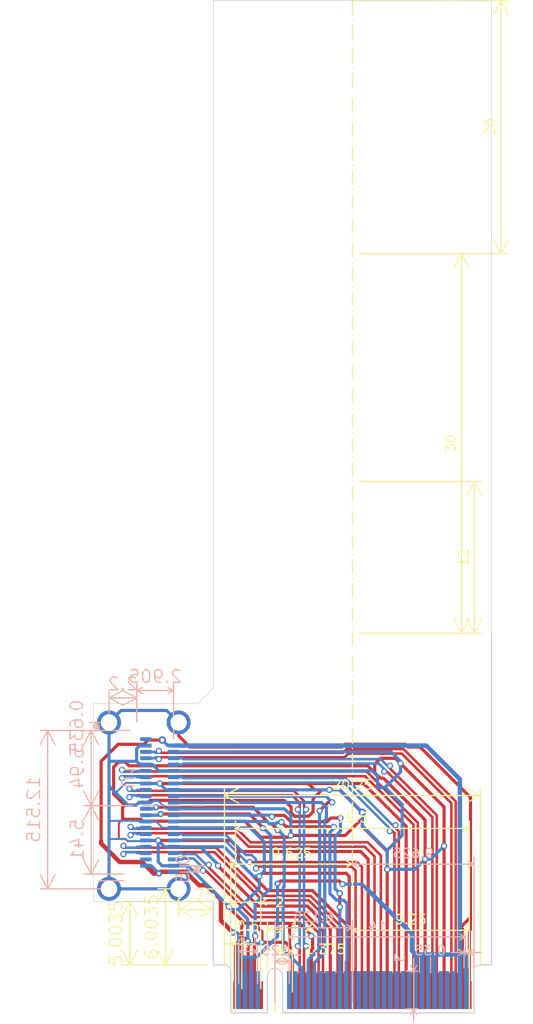
<source format=kicad_pcb>
(kicad_pcb (version 20241229) (generator "pcbnew") (generator_version "9.0")
  (layers (0 "F.Cu" mixed) (2 "B.Cu" mixed) (13 "F.Paste" user) (15 "B.Paste" user) (5 "F.SilkS" user "F.Silkscreen") (7 "B.SilkS" user "B.Silkscreen") (1 "F.Mask" user) (3 "B.Mask" user) (25 "Edge.Cuts" user))
  (net 0 "")
  (net 1 "Net-(U1-2W_SDA)")
  (net 3 "/GND")
  (net 5 "Net-(U1-2W_SCL)")
  (net 6 "/3V3")
  (net 7 "Net-(U1-CPRSNT{slash}CLKREQ)")
  (net 8 "Net-(U1-CWAKE{slash}PEWAKE)")
  (net 9 "Net-(U1-BP_Type{slash}PEDET)")
  (net 10 "/VCKP")
  (net 16 "Net-(U1-PERST)")
  (net 20 "/VCKN")
  (net 24 "/T2N")
  (net 25 "/T0P")
  (net 26 "/T0N")
  (net 27 "/T1P")
  (net 28 "/T3P")
  (net 30 "/T1N")
  (net 32 "/T2P")
  (net 33 "/T3N")
  (net 35 "/R2P")
  (net 36 "/R0N")
  (net 37 "/R0P")
  (net 38 "/R1N")
  (net 39 "/R1P")
  (net 41 "/R3N")
  (net 45 "/R3P")
  (net 46 "/R2N")
  (footprint "Kustom:M.2_M_KEY" (layer "F.Cu") (at 59.91 121.2)
    (property "Reference" "U2" (hide yes))
    (property "Value" "~" (hide yes))
    (fp_line (start -1.75 -2.39646) (end -1.75 -7.4) (stroke (width 0.1)) (layer "Edge.Cuts"))
    (fp_line (start -0.875 -2.39646) (end -1.75 -2.39646) (stroke (width 0.1)) (layer "Edge.Cuts"))
    (fp_line (start -0.375 1.4) (end -0.375 -1.892841) (stroke (width 0.1)) (layer "Edge.Cuts"))
    (fp_line (start 2.525 -1.5) (end 2.525 1.4) (stroke (width 0.1)) (layer "Edge.Cuts"))
    (fp_line (start 2.525 1.4) (end -0.375 1.4) (stroke (width 0.1)) (layer "Edge.Cuts"))
    (fp_line (start 3.725 -1.5) (end 3.725 1.4) (stroke (width 0.1)) (layer "Edge.Cuts"))
    (fp_line (start 18.875 1.4) (end 3.725 1.4) (stroke (width 0.1)) (layer "Edge.Cuts"))
    (fp_line (start 18.875 1.4) (end 18.875 -1.9) (stroke (width 0.1)) (layer "Edge.Cuts"))
    (fp_line (start 19.375 -2.39646) (end 20.25 -2.39646) (stroke (width 0.1)) (layer "Edge.Cuts"))
    (fp_line (start 20.25 -2.39646) (end 20.25 -28.6) (stroke (width 0.1)) (layer "Edge.Cuts"))
    (fp_arc (start -0.875 -2.39646) (mid -0.522696 -2.251263) (end -0.375 -1.9) (stroke (width 0.1)) (layer "Edge.Cuts"))
    (fp_arc (start 2.525 -1.5) (mid 3.125 -2.1) (end 3.725 -1.5) (stroke (width 0.1)) (layer "Edge.Cuts"))
    (fp_arc (start 18.875 -1.9) (mid 19.022696 -2.251263) (end 19.375 -2.39646) (stroke (width 0.1)) (layer "Edge.Cuts"))
  )
  (footprint "Kustom:LDN_2423_17CT0-7H Oculink SFF-8612" (layer "B.Cu") (at 52.82 110.975 90)
    (property "Reference" "U1")
    (property "Value" "~" (hide yes))
  )
  (gr_line (start 58.16 96.93) (end 56.92 98.17) (stroke (width 0.05)) (layer "Edge.Cuts"))
  (gr_line (start 80.16 42.6) (end 58.16 42.6) (stroke (width 0.05)) (layer "Edge.Cuts"))
  (gr_line (start 80.16 92.6) (end 80.16 42.6) (stroke (width 0.05)) (layer "Edge.Cuts"))
  (gr_line (start 58.16 42.6) (end 58.16 96.93) (stroke (width 0.05)) (layer "Edge.Cuts"))
  (gr_line (start 48.66 113.8) (end 48.66 98.17) (stroke (width 0.05)) (layer "Edge.Cuts"))
  (gr_line (start 58.16 113.8) (end 48.66 113.8) (stroke (width 0.05)) (layer "Edge.Cuts"))
  (gr_line (start 56.92 98.17) (end 48.66 98.17) (stroke (width 0.05)) (layer "Edge.Cuts"))
  (dimension (type orthogonal) (layer "F.SilkS") (pts (xy 55.41 112.8) (xy 58.16 118.80354)) (height 1.65) (orientation 0) (format (prefix "") (suffix "") (units 3) (units_format 0) (precision 4) (suppress_zeroes yes)) (style (thickness 0.1) (arrow_length 1.27) (text_position_mode 0) (arrow_direction outward) (extension_height 0.58642) (extension_offset 0.5) (keep_text_aligned yes)) (gr_text "2.75" (at 56.785 113.35 0) (layer "F.SilkS") (effects (font (size 1 1) (thickness 0.1)))))
  (dimension (type orthogonal) (layer "F.SilkS") (pts (xy 55.41 112.8) (xy 56.99 118.80354)) (height -1.05) (orientation 1) (format (prefix "") (suffix "") (units 3) (units_format 0) (precision 4) (suppress_zeroes yes)) (style (thickness 0.1) (arrow_length 1.27) (text_position_mode 0) (arrow_direction outward) (extension_height 0.58642) (extension_offset 0.5) (keep_text_aligned yes)) (gr_text "6.0035" (at 53.26 115.80177 90) (layer "F.SilkS") (effects (font (size 1 1) (thickness 0.1)))))
  (segment (start 64.28 107.49) (end 63.78 106.99) (width 0.25) (layer "F.Cu") (net 1))
  (segment (start 67.448116 107.2) (end 67.158116 107.49) (width 0.25) (layer "F.Cu") (net 1))
  (segment (start 68.16 114.23) (end 68.16 113.16) (width 0.25) (layer "F.Cu") (net 1))
  (segment (start 68.21 107.2) (end 67.448116 107.2) (width 0.25) (layer "F.Cu") (net 1))
  (segment (start 62.9 106.99) (end 62.79 107.1) (width 0.25) (layer "F.Cu") (net 1))
  (segment (start 67.158116 107.49) (end 64.28 107.49) (width 0.25) (layer "F.Cu") (net 1))
  (segment (start 63.78 106.99) (end 62.9 106.99) (width 0.25) (layer "F.Cu") (net 1))
  (via (at 68.16 114.23) (size 0.5) (drill 0.3) (layers "F.Cu" "B.Cu") (net 1))
  (via blind (at 62.79 107.1) (size 0.5) (drill 0.3) (layers "F.Cu" "B.Cu") (net 1))
  (via blind (at 68.21 107.2) (size 0.5) (drill 0.3) (layers "F.Cu" "B.Cu") (net 1))
  (via (at 68.16 113.16) (size 0.5) (drill 0.3) (layers "F.Cu" "B.Cu") (net 1))
  (segment (start 68.21 107.2) (end 68.21 107.948) (width 0.25) (layer "B.Cu") (net 1))
  (segment (start 68.21 107.948) (end 68.216 107.954) (width 0.25) (layer "B.Cu") (net 1))
  (segment (start 67.783 108.670877) (end 67.783 112.783) (width 0.25) (layer "B.Cu") (net 1))
  (segment (start 68.16 114.23) (end 68.16 120.8) (width 0.25) (layer "B.Cu") (net 1))
  (segment (start 67.783 112.783) (end 68.16 113.16) (width 0.25) (layer "B.Cu") (net 1))
  (segment (start 62.665 106.975) (end 62.79 107.1) (width 0.25) (layer "B.Cu") (net 1))
  (segment (start 55.01 106.975) (end 62.665 106.975) (width 0.25) (layer "B.Cu") (net 1))
  (segment (start 68.216 107.954) (end 68.216 108.237877) (width 0.25) (layer "B.Cu") (net 1))
  (segment (start 68.216 108.237877) (end 67.783 108.670877) (width 0.25) (layer "B.Cu") (net 1))
  (segment (start 58.621431 111.071431) (end 58.53 110.98) (width 0.25) (layer "F.Cu") (net 3))
  (segment (start 73.41 107.85) (end 70.035 104.475) (width 0.25) (layer "F.Cu") (net 3))
  (segment (start 61.763061 108.561) (end 61.758818 108.561) (width 0.25) (layer "F.Cu") (net 3))
  (segment (start 62.29 114.160454) (end 65.600454 114.160454) (width 0.25) (layer "F.Cu") (net 3))
  (segment (start 65.91 116.45) (end 64.986 115.526) (width 0.25) (layer "F.Cu") (net 3))
  (segment (start 60.391692 109.847) (end 60.144694 109.600002) (width 0.25) (layer "F.Cu") (net 3))
  (segment (start 65.665 104.475) (end 66.165 104.975) (width 0.25) (layer "F.Cu") (net 3))
  (segment (start 60.885 116.927894) (end 60.91 116.952893) (width 0.25) (layer "F.Cu") (net 3))
  (segment (start 70.925 103.625) (end 70.925 102.933616) (width 0.25) (layer "F.Cu") (net 3))
  (segment (start 68.596 108.58) (end 69.943591 107.232409) (width 0.25) (layer "F.Cu") (net 3))
  (segment (start 63.85438 117.02438) (end 62.002784 117.02438) (width 0.25) (layer "F.Cu") (net 3))
  (segment (start 66.011 116.631) (end 65.91 116.53) (width 0.25) (layer "F.Cu") (net 3))
  (segment (start 69.807 109.847) (end 60.391692 109.847) (width 0.25) (layer "F.Cu") (net 3))
  (segment (start 64.19 117.36) (end 63.85438 117.02438) (width 0.25) (layer "F.Cu") (net 3))
  (segment (start 51.386 109.026) (end 53.744 109.026) (width 0.15) (layer "F.Cu") (net 3))
  (segment (start 69.943591 106.746409) (end 68.172182 104.975) (width 0.25) (layer "F.Cu") (net 3))
  (segment (start 64.318 117.979977) (end 64.318 117.488) (width 0.25) (layer "F.Cu") (net 3))
  (segment (start 51.146 106.186) (end 50.27 105.31) (width 0.25) (layer "F.Cu") (net 3))
  (segment (start 70.299 102.999) (end 70.925 103.625) (width 0.25) (layer "F.Cu") (net 3))
  (segment (start 61.79 111.8) (end 61.307676 111.8) (width 0.25) (layer "F.Cu") (net 3))
  (segment (start 50.98 107.3) (end 50.68 107.6) (width 0.15) (layer "F.Cu") (net 3))
  (segment (start 50.68 107.6) (end 50.68 108.85) (width 0.15) (layer "F.Cu") (net 3))
  (segment (start 60.144694 109.600002) (end 60.144694 110.637018) (width 0.25) (layer "F.Cu") (net 3))
  (segment (start 65.91 117.648813) (end 66.011 117.547813) (width 0.25) (layer "F.Cu") (net 3))
  (segment (start 53.795 108.975) (end 59.519692 108.975) (width 0.25) (layer "F.Cu") (net 3))
  (segment (start 74.91 110.45) (end 74.91 107.35) (width 0.25) (layer "F.Cu") (net 3))
  (segment (start 78.5 105.575) (end 74.515 101.59) (width 0.25) (layer "F.Cu") (net 3))
  (segment (start 76.41 109.41) (end 76.41 106.33) (width 0.25) (layer "F.Cu") (net 3))
  (segment (start 70.41 110.45) (end 69.807 109.847) (width 0.25) (layer "F.Cu") (net 3))
  (segment (start 66.05 105.675) (end 66.75 104.975) (width 0.25) (layer "F.Cu") (net 3))
  (segment (start 76.41 106.33) (end 72.965 102.885) (width 0.25) (layer "F.Cu") (net 3))
  (segment (start 51.188884 102.775) (end 51.489884 103.076) (width 0.25) (layer "F.Cu") (net 3))
  (segment (start 74.515 101.59) (end 73.571744 101.59) (width 0.25) (layer "F.Cu") (net 3))
  (segment (start 64.41 118.071977) (end 64.318 117.979977) (width 0.25) (layer "F.Cu") (net 3))
  (segment (start 60.41 115.752) (end 60.636 115.526) (width 0.25) (layer "F.Cu") (net 3))
  (segment (start 59.37 114.26) (end 60.636 115.526) (width 0.25) (layer "F.Cu") (net 3))
  (segment (start 60.636 115.526) (end 61.63 115.526) (width 0.25) (layer "F.Cu") (net 3))
  (segment (start 66.05 106.710696) (end 66.05 105.675) (width 0.25) (layer "F.Cu") (net 3))
  (segment (start 50.98 106.352) (end 51.146 106.186) (width 0.25) (layer "F.Cu") (net 3))
  (segment (start 58.53 110.98) (end 58.53 110.97) (width 0.25) (layer "F.Cu") (net 3))
  (segment (start 64.986 115.526) (end 64.38 115.526) (width 0.25) (layer "F.Cu") (net 3))
  (segment (start 69.943591 107.873591) (end 71.91 109.84) (width 0.25) (layer "F.Cu") (net 3))
  (segment (start 68.91 111.82) (end 68.66 111.57) (width 0.25) (layer "F.Cu") (net 3))
  (segment (start 64.146551 108.72) (end 61.922061 108.72) (width 0.25) (layer "F.Cu") (net 3))
  (segment (start 66.165 104.975) (end 66.75 104.975) (width 0.25) (layer "F.Cu") (net 3))
  (segment (start 71.433003 104.0365) (end 71.3865 104.0365) (width 0.25) (layer "F.Cu") (net 3))
  (segment (start 73.41 121.2) (end 73.41 107.85) (width 0.25) (layer "F.Cu") (net 3))
  (segment (start 78.41 116.09) (end 78.5 116) (width 0.25) (layer "F.Cu") (net 3))
  (segment (start 64.309 106.779) (end 64.59 107.06) (width 0.25) (layer "F.Cu") (net 3))
  (segment (start 52.58 107.45) (end 52.43 107.3) (width 0.25) (layer "F.Cu") (net 3))
  (segment (start 73.355744 101.374) (end 68.546768 101.374) (width 0.25) (layer "F.Cu") (net 3))
  (segment (start 61.63 115.526) (end 64.38 115.526) (width 0.25) (layer "F.Cu") (net 3))
  (segment (start 77.91 121.2) (end 77.861 121.151) (width 0.25) (layer "F.Cu") (net 3))
  (segment (start 64.286551 108.58) (end 68.596 108.58) (width 0.25) (layer "F.Cu") (net 3))
  (segment (start 68.91 115.823168) (end 68.889682 115.823168) (width 0.25) (layer "F.Cu") (net 3))
  (segment (start 68.889682 115.823168) (end 66.000968 112.934454) (width 0.25) (layer "F.Cu") (net 3))
  (segment (start 71.91 111.26) (end 71.91 121.2) (width 0.25) (layer "F.Cu") (net 3))
  (segment (start 78.5 115.05) (end 78.5 105.575) (width 0.25) (layer "F.Cu") (net 3))
  (segment (start 71.452313 104.05581) (end 71.433003 104.0365) (width 0.25) (layer "F.Cu") (net 3))
  (segment (start 72.566 102.486) (end 72.965 102.885) (width 0.25) (layer "F.Cu") (net 3))
  (segment (start 62.44213 112.934454) (end 61.307676 111.8) (width 0.25) (layer "F.Cu") (net 3))
  (segment (start 70.925 102.933616) (end 71.372616 102.486) (width 0.25) (layer "F.Cu") (net 3))
  (segment (start 50.671116 102.775) (end 51.188884 102.775) (width 0.25) (layer "F.Cu") (net 3))
  (segment (start 74.91 121.2) (end 74.91 110.45) (width 0.25) (layer "F.Cu") (net 3))
  (segment (start 60.647818 107.45) (end 52.58 107.45) (width 0.25) (layer "F.Cu") (net 3))
  (segment (start 69.943591 107.232409) (end 69.943591 106.746409) (width 0.25) (layer "F.Cu") (net 3))
  (segment (start 70.975 103.625) (end 71.3865 104.0365) (width 0.2) (layer "F.Cu") (net 3))
  (segment (start 68.172182 104.975) (end 67.337 104.975) (width 0.25) (layer "F.Cu") (net 3))
  (segment (start 52.29 105.96) (end 53.01 105.96) (width 0.25) (layer "F.Cu") (net 3))
  (segment (start 61.922061 108.72) (end 61.763061 108.561) (width 0.25) (layer "F.Cu") (net 3))
  (segment (start 66.75 104.975) (end 67.337 104.975) (width 0.25) (layer "F.Cu") (net 3))
  (segment (start 64.309 106.339) (end 64.309 106.779) (width 0.25) (layer "F.Cu") (net 3))
  (segment (start 63.78 105.81) (end 64.309 106.339) (width 0.25) (layer "F.Cu") (net 3))
  (segment (start 64.59 107.06) (end 65.700696 107.06) (width 0.25) (layer "F.Cu") (net 3))
  (segment (start 74.91 107.35) (end 71.61581 104.05581) (width 0.25) (layer "F.Cu") (net 3))
  (segment (start 51.489884 103.076) (end 70.222 103.076) (width 0.25) (layer "F.Cu") (net 3))
  (segment (start 52.43 107.3) (end 50.98 107.3) (width 0.25) (layer "F.Cu") (net 3))
  (segment (start 61.627877 115.528123) (end 61.63 115.526) (width 0.25) (layer "F.Cu") (net 3))
  (segment (start 64.19 117.36) (end 64.19 115.716) (width 0.25) (layer "F.Cu") (net 3))
  (segment (start 69.943591 106.746409) (end 69.943591 107.873591) (width 0.25) (layer "F.Cu") (net 3))
  (segment (start 64.286551 108.58) (end 64.146551 108.72) (width 0.25) (layer "F.Cu") (net 3))
  (segment (start 67.41 115.97) (end 67.41 121.2) (width 0.25) (layer "F.Cu") (net 3))
  (segment (start 53.01 105.96) (end 53.16 105.81) (width 0.25) (layer "F.Cu") (net 3))
  (segment (start 65.91 116.53) (end 65.91 116.45) (width 0.25) (layer "F.Cu") (net 3))
  (segment (start 50.98 107.3) (end 50.98 106.352) (width 0.25) (layer "F.Cu") (net 3))
  (segment (start 61.627877 115.799) (end 61.627877 115.528123) (width 0.25) (layer "F.Cu") (net 3))
  (segment (start 50.27 105.31) (end 50.27 103.176116) (width 0.25) (layer "F.Cu") (net 3))
  (segment (start 78.41 121.2) (end 78.41 116.09) (width 0.25) (layer "F.Cu") (net 3))
  (segment (start 56.3 101.59) (end 55.41 100.7) (width 0.25) (layer "F.Cu") (net 3))
  (segment (start 60.41 116.7) (end 60.41 115.752) (width 0.25) (layer "F.Cu") (net 3))
  (segment (start 51.146 106.186) (end 52.064 106.186) (width 0.25) (layer "F.Cu") (net 3))
  (segment (start 71.372616 102.486) (end 72.566 102.486) (width 0.25) (layer "F.Cu") (net 3))
  (segment (start 59.91 117.2) (end 59.91 121.2) (width 0.25) (layer "F.Cu") (net 3))
  (segment (start 61.307676 111.8) (end 60.144694 110.637018) (width 0.25) (layer "F.Cu") (net 3))
  (segment (start 65.600454 114.160454) (end 67.41 115.97) (width 0.25) (layer "F.Cu") (net 3))
  (segment (start 66.011 117.547813) (end 66.011 116.631) (width 0.25) (layer "F.Cu") (net 3))
  (segment (start 60.657107 116.7) (end 60.41 116.7) (width 0.25) (layer "F.Cu") (net 3))
  (segment (start 62.29 114.160454) (end 61.710454 114.160454) (width 0.25) (layer "F.Cu") (net 3))
  (segment (start 60.885 116.927894) (end 60.657107 116.7) (width 0.25) (layer "F.Cu") (net 3))
  (segment (start 76.41 121.2) (end 76.41 109.41) (width 0.25) (layer "F.Cu") (net 3))
  (segment (start 78.5 116) (end 78.5 115.05) (width 0.25) (layer "F.Cu") (net 3))
  (segment (start 65.91 121.2) (end 65.91 117.648813) (width 0.25) (layer "F.Cu") (net 3))
  (segment (start 70.41 121.2) (end 70.41 110.45) (width 0.25) (layer "F.Cu") (net 3))
  (segment (start 68.546768 101.374) (end 68.330768 101.59) (width 0.25) (layer "F.Cu") (net 3))
  (segment (start 77.861 121.151) (end 77.861 115.689) (width 0.25) (layer "F.Cu") (net 3))
  (segment (start 65.558877 104.475) (end 65.665 104.475) (width 0.25) (layer "F.Cu") (net 3))
  (segment (start 70.925 103.625) (end 70.975 103.625) (width 0.2) (layer "F.Cu") (net 3))
  (segment (start 70.222 103.076) (end 70.299 102.999) (width 0.25) (layer "F.Cu") (net 3))
  (segment (start 59.37 114.2) (end 59.37 114.26) (width 0.25) (layer "F.Cu") (net 3))
  (segment (start 55.41 100.7) (end 55.41 99.65) (width 0.25) (layer "F.Cu") (net 3))
  (segment (start 73.571744 101.59) (end 73.355744 101.374) (width 0.25) (layer "F.Cu") (net 3))
  (segment (start 70.035 104.475) (end 65.558877 104.475) (width 0.25) (layer "F.Cu") (net 3))
  (segment (start 62.002784 116.173907) (end 62.002784 117.02438) (width 0.25) (layer "F.Cu") (net 3))
  (segment (start 51.21 108.85) (end 51.386 109.026) (width 0.15) (layer "F.Cu") (net 3))
  (segment (start 53.744 109.026) (end 53.795 108.975) (width 0.15) (layer "F.Cu") (net 3))
  (segment (start 61.710454 114.160454) (end 58.621431 111.071431) (width 0.25) (layer "F.Cu") (net 3))
  (segment (start 64.41 121.2) (end 64.41 118.071977) (width 0.25) (layer "F.Cu") (net 3))
  (segment (start 66.000968 112.934454) (end 62.44213 112.934454) (width 0.25) (layer "F.Cu") (net 3))
  (segment (start 77.861 115.689) (end 78.5 115.05) (width 0.25) (layer "F.Cu") (net 3))
  (segment (start 68.66 111.57) (end 62.02 111.57) (width 0.25) (layer "F.Cu") (net 3))
  (segment (start 71.91 109.84) (end 71.91 111.26) (width 0.25) (layer "F.Cu") (net 3))
  (segment (start 59.519692 108.975) (end 60.144694 109.600002) (width 0.25) (layer "F.Cu") (net 3))
  (segment (start 52.064 106.186) (end 52.29 105.96) (width 0.25) (layer "F.Cu") (net 3))
  (segment (start 71.61581 104.05581) (end 71.452313 104.05581) (width 0.25) (layer "F.Cu") (net 3))
  (segment (start 68.91 121.2) (end 68.91 115.823168) (width 0.25) (layer "F.Cu") (net 3))
  (segment (start 50.27 103.176116) (end 50.671116 102.775) (width 0.25) (layer "F.Cu") (net 3))
  (segment (start 61.758818 108.561) (end 60.647818 107.45) (width 0.25) (layer "F.Cu") (net 3))
  (segment (start 62.002784 116.173907) (end 61.627877 115.799) (width 0.25) (layer "F.Cu") (net 3))
  (segment (start 60.91 116.952893) (end 60.91 121.2) (width 0.25) (layer "F.Cu") (net 3))
  (segment (start 53.909 104.475) (end 65.558877 104.475) (width 0.25) (layer "F.Cu") (net 3))
  (segment (start 64.19 115.716) (end 64.38 115.526) (width 0.25) (layer "F.Cu") (net 3))
  (segment (start 53.16 105.81) (end 63.78 105.81) (width 0.25) (layer "F.Cu") (net 3))
  (segment (start 60.41 116.7) (end 60.41 121.2) (width 0.25) (layer "F.Cu") (net 3))
  (segment (start 62.02 111.57) (end 61.79 111.8) (width 0.25) (layer "F.Cu") (net 3))
  (segment (start 64.318 117.488) (end 64.19 117.36) (width 0.25) (layer "F.Cu") (net 3))
  (segment (start 60.41 116.7) (end 59.91 117.2) (width 0.25) (layer "F.Cu") (net 3))
  (segment (start 68.91 115.823168) (end 68.91 111.82) (width 0.25) (layer "F.Cu") (net 3))
  (segment (start 68.330768 101.59) (end 56.3 101.59) (width 0.25) (layer "F.Cu") (net 3))
  (segment (start 65.700696 107.06) (end 66.05 106.710696) (width 0.25) (layer "F.Cu") (net 3))
  (segment (start 50.68 108.85) (end 51.21 108.85) (width 0.15) (layer "F.Cu") (net 3))
  (via (at 58.53 110.97) (size 0.5) (drill 0.3) (layers "F.Cu" "B.Cu") (net 3))
  (via (at 76.41 109.41) (size 0.5) (drill 0.3) (layers "F.Cu" "B.Cu") (net 3))
  (via (at 65.91 116.53) (size 0.5) (drill 0.3) (layers "F.Cu" "B.Cu") (net 3))
  (via blind (at 60.885 116.927894) (size 0.5) (drill 0.25) (layers "F.Cu" "B.Cu") (net 3))
  (via blind (at 69.943591 106.746409) (size 0.6) (drill 0.3) (layers "F.Cu" "B.Cu") (net 3))
  (via blind (at 67.337 104.975) (size 0.5) (drill 0.3) (layers "F.Cu" "B.Cu") (net 3))
  (via (at 53.909 104.475) (size 0.5) (drill 0.3) (layers "F.Cu" "B.Cu") (net 3))
  (via blind (at 59.37 114.2) (size 0.5) (drill 0.3) (layers "F.Cu" "B.Cu") (net 3))
  (via (at 74.91 110.45) (size 0.5) (drill 0.3) (layers "F.Cu" "B.Cu") (net 3))
  (via (at 71.91 111.26) (size 0.5) (drill 0.3) (layers "F.Cu" "B.Cu") (net 3))
  (via blind (at 72.965 102.885) (size 0.5) (drill 0.3) (layers "F.Cu" "B.Cu") (net 3))
  (via blind (at 64.286551 108.58) (size 0.5) (drill 0.3) (layers "F.Cu" "B.Cu") (net 3))
  (via (at 61.79 111.8) (size 0.5) (drill 0.3) (layers "F.Cu" "B.Cu") (net 3))
  (via blind (at 62.002784 117.02438) (size 0.5) (drill 0.25) (layers "F.Cu" "B.Cu") (net 3))
  (via (at 53.795 108.975) (size 0.5) (drill 0.3) (layers "F.Cu" "B.Cu") (net 3))
  (segment (start 55.360626 112.8) (end 55.41 112.8) (width 0.25) (layer "B.Cu") (net 3))
  (segment (start 53.795 108.975) (end 54.295 109.475) (width 0.25) (layer "B.Cu") (net 3))
  (segment (start 69.943591 106.746409) (end 69.943591 107.803591) (width 0.25) (layer "B.Cu") (net 3))
  (segment (start 73.09581 106.13581) (end 71.75 104.79) (width 0.25) (layer "B.Cu") (net 3))
  (segment (start 72.965 103.575) (end 72.89 103.65) (width 0.25) (layer "B.Cu") (net 3))
  (segment (start 60.885 115.195) (end 60.885 116.927894) (width 0.25) (layer "B.Cu") (net 3))
  (segment (start 71.91 109.77) (end 71.9 109.76) (width 0.25) (layer "B.Cu") (net 3))
  (segment (start 51.213866 108.86) (end 49.905 108.86) (width 0.15) (layer "B.Cu") (net 3))
  (segment (start 55.01 104.975) (end 62.15 104.975) (width 0.25) (layer "B.Cu") (net 3))
  (segment (start 59.68 101.97) (end 59.675 101.975) (width 0.25) (layer "B.Cu") (net 3))
  (segment (start 52.82 104.475) (end 52.769 104.424) (width 0.15) (layer "B.Cu") (net 3))
  (segment (start 71.91 111.26) (end 71.91 109.77) (width 0.25) (layer "B.Cu") (net 3))
  (segment (start 52.82 102.975) (end 53.345 102.975) (width 0.25) (layer "B.Cu") (net 3))
  (segment (start 71.9 109.76) (end 73.09581 108.56419) (width 0.25) (layer "B.Cu") (net 3))
  (segment (start 49.905 99.65) (end 50.854999 98.700001) (width 0.25) (layer "B.Cu") (net 3))
  (segment (start 54.105 110.975) (end 54.1 110.98) (width 0.25) (layer "B.Cu") (net 3))
  (segment (start 54.295 109.475) (end 55.01 109.475) (width 0.25) (layer "B.Cu") (net 3))
  (segment (start 62.19 111.4) (end 61.79 111.8) (width 0.25) (layer "B.Cu") (net 3))
  (segment (start 71.75 104.79) (end 72.89 103.65) (width 0.25) (layer "B.Cu") (net 3))
  (segment (start 59.6 114.43) (end 59.37 114.2) (width 0.25) (layer "B.Cu") (net 3))
  (segment (start 70.731123 103.475) (end 71.15 103.893877) (width 0.25) (layer "B.Cu") (net 3))
  (segment (start 61.33 111.8) (end 61.79 111.8) (width 0.25) (layer "B.Cu") (net 3))
  (segment (start 55.41 112.8) (end 56.145 112.065) (width 0.25) (layer "B.Cu") (net 3))
  (segment (start 55.01 110.975) (end 56.145 110.975) (width 0.25) (layer "B.Cu") (net 3))
  (segment (start 49.905 108.86) (end 49.905 112.8) (width 0.25) (layer "B.Cu") (net 3))
  (segment (start 52.345626 107.475) (end 52.82 107.475) (width 0.25) (layer "B.Cu") (net 3))
  (segment (start 63.781551 106.475) (end 55.01 106.475) (width 0.25) (layer "B.Cu") (net 3))
  (segment (start 55.01 109.475) (end 57.04 109.475) (width 0.25) (layer "B.Cu") (net 3))
  (segment (start 53.345 102.975) (end 53.845 103.475) (width 0.25) (layer "B.Cu") (net 3))
  (segment (start 52.82 107.475) (end 52.769 107.424) (width 0.15) (layer "B.Cu") (net 3))
  (segment (start 49.905 99.65) (end 49.905 102.7) (width 0.25) (layer "B.Cu") (net 3))
  (segment (start 60.885 116.927894) (end 61.099388 117.142282) (width 0.25) (layer "B.Cu") (net 3))
  (segment (start 56.145 110.975) (end 59.37 114.2) (width 0.25) (layer "B.Cu") (net 3))
  (segment (start 52.82 101.475) (end 52.345626 101.475) (width 0.25) (layer "B.Cu") (net 3))
  (segment (start 50.358061 105.131939) (end 49.905 104.678877) (width 0.25) (layer "B.Cu") (net 3))
  (segment (start 49.905 104.678877) (end 49.905 102.7) (width 0.25) (layer "B.Cu") (net 3))
  (segment (start 72.219914 101.97) (end 59.68 101.97) (width 0.25) (layer "B.Cu") (net 3))
  (segment (start 71.15 104.79) (end 71.75 104.79) (width 0.25) (layer "B.Cu") (net 3))
  (segment (start 72.965 102.885) (end 72.965 103.575) (width 0.25) (layer "B.Cu") (net 3))
  (segment (start 68.125 104.975) (end 67.337 104.975) (width 0.25) (layer "B.Cu") (net 3))
  (segment (start 61.884882 117.142282) (end 62.002784 117.02438) (width 0.25) (layer "B.Cu") (net 3))
  (segment (start 52.82 108.975) (end 52.769 109.026) (width 0.15) (layer "B.Cu") (net 3))
  (segment (start 52.089 101.731626) (end 52.089 102.718374) (width 0.25) (layer "B.Cu") (net 3))
  (segment (start 50.854999 98.700001) (end 54.460001 98.700001) (width 0.25) (layer "B.Cu") (net 3))
  (segment (start 51.229166 104.424) (end 50.521227 105.131939) (width 0.15) (layer "B.Cu") (net 3))
  (segment (start 60.12 114.43) (end 60.885 115.195) (width 0.25) (layer "B.Cu") (net 3))
  (segment (start 55.01 107.975) (end 61.075 107.975) (width 0.25) (layer "B.Cu") (net 3))
  (segment (start 49.905 107.33) (end 49.905 108.86) (width 0.25) (layer "B.Cu") (net 3))
  (segment (start 52.82 105.975) (end 53.305 105.975) (width 0.15) (layer "B.Cu") (net 3))
  (segment (start 54.460001 98.700001) (end 55.41 99.65) (width 0.25) (layer "B.Cu") (net 3))
  (segment (start 52.345626 101.475) (end 52.089 101.731626) (width 0.25) (layer "B.Cu") (net 3))
  (segment (start 52.82 104.475) (end 53.909 104.475) (width 0.25) (layer "B.Cu") (net 3))
  (segment (start 62.19 109.09) (end 62.19 111.4) (width 0.25) (layer "B.Cu") (net 3))
  (segment (start 55.01 104.975) (end 54.409 104.975) (width 0.25) (layer "B.Cu") (net 3))
  (segment (start 58.53 110.97) (end 58.53 110.88117) (width 0.25) (layer "B.Cu") (net 3))
  (segment (start 69.943591 107.803591) (end 71.9 109.76) (width 0.25) (layer "B.Cu") (net 3))
  (segment (start 53.797418 105.84) (end 54.432418 106.475) (width 0.15) (layer "B.Cu") (net 3))
  (segment (start 57.04 109.475) (end 59.005 109.475) (width 0.25) (layer "B.Cu") (net 3))
  (segment (start 72.965 102.885) (end 72.965 102.715086) (width 0.25) (layer "B.Cu") (net 3))
  (segment (start 60.876612 104.975) (end 62.15 104.975) (width 0.25) (layer "B.Cu") (net 3))
  (segment (start 55.01 110.975) (end 54.105 110.975) (width 0.25) (layer "B.Cu") (net 3))
  (segment (start 75.37 110.45) (end 76.41 109.41) (width 0.25) (layer "B.Cu") (net 3))
  (segment (start 74.1 111.26) (end 74.91 110.45) (width 0.25) (layer "B.Cu") (net 3))
  (segment (start 59.005 109.475) (end 61.33 111.8) (width 0.25) (layer "B.Cu") (net 3))
  (segment (start 53.63426 107.475) (end 52.82 107.475) (width 0.15) (layer "B.Cu") (net 3))
  (segment (start 58.53 110.88117) (end 57.12383 109.475) (width 0.25) (layer "B.Cu") (net 3))
  (segment (start 55.01 107.975) (end 54.13426 107.975) (width 0.15) (layer "B.Cu") (net 3))
  (segment (start 60.12 114.43) (end 59.6 114.43) (width 0.25) (layer "B.Cu") (net 3))
  (segment (start 74.91 110.45) (end 75.37 110.45) (width 0.25) (layer "B.Cu") (net 3))
  (segment (start 54.432418 106.475) (end 55.01 106.475) (width 0.15) (layer "B.Cu") (net 3))
  (segment (start 49.905 104.678877) (end 49.905 107.33) (width 0.25) (layer "B.Cu") (net 3))
  (segment (start 61.79 111.8) (end 61.79 112.76) (width 0.25) (layer "B.Cu") (net 3))
  (segment (start 52.089 106.176685) (end 51.402808 106.176685) (width 0.25) (layer "B.Cu") (net 3))
  (segment (start 69.896409 106.746409) (end 68.125 104.975) (width 0.25) (layer "B.Cu") (net 3))
  (segment (start 52.769 104.424) (end 51.229166 104.424) (width 0.15) (layer "B.Cu") (net 3))
  (segment (start 55.01 103.475) (end 70.731123 103.475) (width 0.25) (layer "B.Cu") (net 3))
  (segment (start 52.82 108.975) (end 53.795 108.975) (width 0.25) (layer "B.Cu") (net 3))
  (segment (start 62.15 104.975) (end 67.337 104.975) (width 0.25) (layer "B.Cu") (net 3))
  (segment (start 61.099388 117.142282) (end 61.884882 117.142282) (width 0.25) (layer "B.Cu") (net 3))
  (segment (start 71.91 111.26) (end 74.1 111.26) (width 0.25) (layer "B.Cu") (net 3))
  (segment (start 51.379866 109.026) (end 51.213866 108.86) (width 0.15) (layer "B.Cu") (net 3))
  (segment (start 64.286551 108.58) (end 64.286551 106.98) (width 0.25) (layer "B.Cu") (net 3))
  (segment (start 53.795 110.665) (end 54.105 110.975) (width 0.25) (layer "B.Cu") (net 3))
  (segment (start 61.075 107.975) (end 62.19 109.09) (width 0.25) (layer "B.Cu") (net 3))
  (segment (start 72.965 102.715086) (end 72.219914 101.97) (width 0.25) (layer "B.Cu") (net 3))
  (segment (start 51.402808 106.176685) (end 50.358061 105.131939) (width 0.25) (layer "B.Cu") (net 3))
  (segment (start 49.923374 102.718374) (end 49.905 102.7) (width 0.25) (layer "B.Cu") (net 3))
  (segment (start 54.409 104.975) (end 53.909 104.475) (width 0.25) (layer "B.Cu") (net 3))
  (segment (start 52.089 102.718374) (end 49.923374 102.718374) (width 0.25) (layer "B.Cu") (net 3))
  (segment (start 53.845 103.475) (end 55.01 103.475) (width 0.25) (layer "B.Cu") (net 3))
  (segment (start 53.305 105.975) (end 53.44 105.84) (width 0.15) (layer "B.Cu") (net 3))
  (segment (start 54.13426 107.975) (end 53.63426 107.475) (width 0.15) (layer "B.Cu") (net 3))
  (segment (start 52.089 102.718374) (end 52.345626 102.975) (width 0.25) (layer "B.Cu") (net 3))
  (segment (start 59.675 101.975) (end 55.01 101.975) (width 0.25) (layer "B.Cu") (net 3))
  (segment (start 53.44 105.84) (end 53.797418 105.84) (width 0.15) (layer "B.Cu") (net 3))
  (segment (start 53.795 108.975) (end 53.795 110.665) (width 0.25) (layer "B.Cu") (net 3))
  (segment (start 56.145 112.065) (end 56.145 110.975) (width 0.25) (layer "B.Cu") (net 3))
  (segment (start 49.999 107.424) (end 49.905 107.33) (width 0.15) (layer "B.Cu") (net 3))
  (segment (start 49.905 112.8) (end 55.41 112.8) (width 0.25) (layer "B.Cu") (net 3))
  (segment (start 50.521227 105.131939) (end 50.358061 105.131939) (width 0.15) (layer "B.Cu") (net 3))
  (segment (start 52.769 109.026) (end 51.379866 109.026) (width 0.15) (layer "B.Cu") (net 3))
  (segment (start 64.286551 106.98) (end 63.781551 106.475) (width 0.25) (layer "B.Cu") (net 3))
  (segment (start 52.345626 102.975) (end 52.82 102.975) (width 0.25) (layer "B.Cu") (net 3))
  (segment (start 52.290685 105.975) (end 52.82 105.975) (width 0.25) (layer "B.Cu") (net 3))
  (segment (start 52.769 107.424) (end 49.999 107.424) (width 0.15) (layer "B.Cu") (net 3))
  (segment (start 73.09581 108.56419) (end 73.09581 106.13581) (width 0.25) (layer "B.Cu") (net 3))
  (segment (start 71.15 103.893877) (end 71.15 104.79) (width 0.25) (layer "B.Cu") (net 3))
  (segment (start 61.79 112.76) (end 60.12 114.43) (width 0.25) (layer "B.Cu") (net 3))
  (segment (start 52.089 106.176685) (end 52.290685 105.975) (width 0.25) (layer "B.Cu") (net 3))
  (segment (start 63.55 107.53) (end 63.55 107.51) (width 0.25) (layer "F.Cu") (net 5))
  (segment (start 63.92 107.9) (end 63.55 107.53) (width 0.25) (layer "F.Cu") (net 5))
  (segment (start 67.685 107.9) (end 63.92 107.9) (width 0.25) (layer "F.Cu") (net 5))
  (segment (start 63.55 107.51) (end 63.54 107.52) (width 0.25) (layer "F.Cu") (net 5))
  (via blind (at 63.54 107.52) (size 0.5) (drill 0.3) (layers "F.Cu" "B.Cu") (net 5))
  (via (at 67.685 107.9) (size 0.5) (drill 0.3) (layers "F.Cu" "B.Cu") (net 5))
  (segment (start 63.253884 107.52) (end 63.123884 107.65) (width 0.25) (layer "B.Cu") (net 5))
  (segment (start 68.73 118.5) (end 68.66 118.57) (width 0.25) (layer "B.Cu") (net 5))
  (segment (start 67.9 113.69) (end 68.46 113.69) (width 0.25) (layer "B.Cu") (net 5))
  (segment (start 67.382 113.172) (end 67.9 113.69) (width 0.25) (layer "B.Cu") (net 5))
  (segment (start 67.685 108.025) (end 67.685 107.9) (width 0.25) (layer "B.Cu") (net 5))
  (segment (start 68.46 113.69) (end 68.73 113.96) (width 0.25) (layer "B.Cu") (net 5))
  (segment (start 62.596123 107.65) (end 62.421123 107.475) (width 0.25) (layer "B.Cu") (net 5))
  (segment (start 63.123884 107.65) (end 62.596123 107.65) (width 0.25) (layer "B.Cu") (net 5))
  (segment (start 67.382 108.328) (end 67.685 108.025) (width 0.25) (layer "B.Cu") (net 5))
  (segment (start 67.382 108.328) (end 67.382 113.172) (width 0.25) (layer "B.Cu") (net 5))
  (segment (start 68.73 113.96) (end 68.73 118.5) (width 0.25) (layer "B.Cu") (net 5))
  (segment (start 62.421123 107.475) (end 55.01 107.475) (width 0.25) (layer "B.Cu") (net 5))
  (segment (start 63.54 107.52) (end 63.253884 107.52) (width 0.25) (layer "B.Cu") (net 5))
  (segment (start 68.66 118.57) (end 68.66 120.8) (width 0.25) (layer "B.Cu") (net 5))
  (segment (start 49.28 109.05) (end 49.28 109.21) (width 0.35) (layer "F.Cu") (net 6))
  (segment (start 58.76 115.303103) (end 59.715002 116.258105) (width 0.35) (layer "F.Cu") (net 6))
  (segment (start 52.525 110.68) (end 53.08 111.235) (width 0.35) (layer "F.Cu") (net 6))
  (segment (start 53.085 111.235) (end 53.085 111.24) (width 0.35) (layer "F.Cu") (net 6))
  (segment (start 68.37 112.43) (end 68.12 112.18) (width 0.25) (layer "F.Cu") (net 6))
  (segment (start 49.28 109.21) (end 50.75 110.68) (width 0.35) (layer "F.Cu") (net 6))
  (segment (start 67.670714 112.18) (end 67.669028 112.178314) (width 0.25) (layer "F.Cu") (net 6))
  (segment (start 53.08 111.235) (end 53.085 111.235) (width 0.35) (layer "F.Cu") (net 6))
  (segment (start 63.46714 112.178314) (end 63.255454 112.39) (width 0.25) (layer "F.Cu") (net 6))
  (segment (start 57.036844 112.520728) (end 57.640728 112.520728) (width 0.35) (layer "F.Cu") (net 6))
  (segment (start 63.255454 112.39) (end 63.236 112.39) (width 0.25) (layer "F.Cu") (net 6))
  (segment (start 57.640728 112.520728) (end 58.76 113.64) (width 0.35) (layer "F.Cu") (net 6))
  (segment (start 53.85 111.58) (end 53.98 111.45) (width 0.35) (layer "F.Cu") (net 6))
  (segment (start 50.625 101.375) (end 49.28 102.72) (width 0.25) (layer "F.Cu") (net 6))
  (segment (start 58.76 113.64) (end 58.76 115.303103) (width 0.35) (layer "F.Cu") (net 6))
  (segment (start 53.425 111.58) (end 53.85 111.58) (width 0.35) (layer "F.Cu") (net 6))
  (segment (start 54.12 101.04) (end 52.99 101.04) (width 0.25) (layer "F.Cu") (net 6))
  (segment (start 67.669028 112.178314) (end 63.46714 112.178314) (width 0.25) (layer "F.Cu") (net 6))
  (segment (start 52.99 101.04) (end 52.655 101.375) (width 0.25) (layer "F.Cu") (net 6))
  (segment (start 55.966116 111.45) (end 57.036844 112.520728) (width 0.35) (layer "F.Cu") (net 6))
  (segment (start 68.12 112.18) (end 67.670714 112.18) (width 0.25) (layer "F.Cu") (net 6))
  (segment (start 53.085 111.24) (end 53.425 111.58) (width 0.35) (layer "F.Cu") (net 6))
  (segment (start 50.75 110.68) (end 52.525 110.68) (width 0.35) (layer "F.Cu") (net 6))
  (segment (start 49.28 102.72) (end 49.28 109.05) (width 0.25) (layer "F.Cu") (net 6))
  (segment (start 53.8375 111.5925) (end 53.4425 111.5925) (width 0.35) (layer "F.Cu") (net 6))
  (segment (start 53.85 111.58) (end 53.8375 111.5925) (width 0.35) (layer "F.Cu") (net 6))
  (segment (start 52.655 101.375) (end 50.625 101.375) (width 0.25) (layer "F.Cu") (net 6))
  (segment (start 53.98 111.45) (end 55.966116 111.45) (width 0.35) (layer "F.Cu") (net 6))
  (via blind (at 59.715002 116.258105) (size 0.5) (drill 0.25) (layers "F.Cu" "B.Cu") (net 6))
  (via blind (at 63.236 112.39) (size 0.5) (drill 0.25) (layers "F.Cu" "B.Cu") (net 6))
  (via blind (at 53.85 111.58) (size 0.5) (drill 0.25) (layers "F.Cu" "B.Cu") (net 6))
  (via blind (at 54.12 101.04) (size 0.6) (drill 0.3) (layers "F.Cu" "B.Cu") (net 6))
  (via (at 68.37 112.43) (size 0.5) (drill 0.3) (layers "F.Cu" "B.Cu") (net 6))
  (segment (start 74.66 120.8) (end 74.66 117.99) (width 0.35) (layer "B.Cu") (net 6))
  (segment (start 52.82 110.975) (end 53.245 110.975) (width 0.25) (layer "B.Cu") (net 6))
  (segment (start 61.6 118.2) (end 61.18 118.2) (width 0.25) (layer "B.Cu") (net 6))
  (segment (start 75.66 117.99) (end 75.66 120.8) (width 0.35) (layer "B.Cu") (net 6))
  (segment (start 61.16 118.22) (end 61.18 118.2) (width 0.25) (layer "B.Cu") (net 6))
  (segment (start 74.995 101.475) (end 55.01 101.475) (width 0.35) (layer "B.Cu") (net 6))
  (segment (start 60.16 118.2) (end 60.16 116.384904) (width 0.25) (layer "B.Cu") (net 6))
  (segment (start 74.66 117.99) (end 75.16 117.99) (width 0.35) (layer "B.Cu") (net 6))
  (segment (start 61.16 120.8) (end 61.16 118.22) (width 0.25) (layer "B.Cu") (net 6))
  (segment (start 54.12 101.04) (end 54.555 101.475) (width 0.25) (layer "B.Cu") (net 6))
  (segment (start 60.033201 116.258105) (end 59.715002 116.258105) (width 0.25) (layer "B.Cu") (net 6))
  (segment (start 60.66 120.8) (end 60.66 118.2) (width 0.25) (layer "B.Cu") (net 6))
  (segment (start 75.16 120.8) (end 75.16 117.99) (width 0.35) (layer "B.Cu") (net 6))
  (segment (start 77.66 120.8) (end 77.66 117.99) (width 0.35) (layer "B.Cu") (net 6))
  (segment (start 77.66 117.99) (end 77.66 104.14) (width 0.35) (layer "B.Cu") (net 6))
  (segment (start 69.94 112.43) (end 70.27 112.76) (width 0.25) (layer "B.Cu") (net 6))
  (segment (start 73.87 116.36) (end 73.87 117.7) (width 0.35) (layer "B.Cu") (net 6))
  (segment (start 53.245 110.975) (end 53.85 111.58) (width 0.25) (layer "B.Cu") (net 6))
  (segment (start 63.236 116.564) (end 61.6 118.2) (width 0.25) (layer "B.Cu") (net 6))
  (segment (start 63.236 112.39) (end 63.236 116.564) (width 0.25) (layer "B.Cu") (net 6))
  (segment (start 54.555 101.475) (end 55.01 101.475) (width 0.25) (layer "B.Cu") (net 6))
  (segment (start 77.66 104.14) (end 74.995 101.475) (width 0.35) (layer "B.Cu") (net 6))
  (segment (start 77.66 117.99) (end 75.66 117.99) (width 0.35) (layer "B.Cu") (net 6))
  (segment (start 75.16 117.99) (end 75.66 117.99) (width 0.35) (layer "B.Cu") (net 6))
  (segment (start 74.16 117.99) (end 74.16 120.8) (width 0.35) (layer "B.Cu") (net 6))
  (segment (start 74.16 117.99) (end 73.87 117.7) (width 0.35) (layer "B.Cu") (net 6))
  (segment (start 74.16 117.99) (end 74.66 117.99) (width 0.35) (layer "B.Cu") (net 6))
  (segment (start 78.16 118.11) (end 78.16 120.8) (width 0.35) (layer "B.Cu") (net 6))
  (segment (start 78.04 117.99) (end 78.16 118.11) (width 0.35) (layer "B.Cu") (net 6))
  (segment (start 60.16 118.2) (end 60.16 120.8) (width 0.25) (layer "B.Cu") (net 6))
  (segment (start 70.27 112.76) (end 73.87 116.36) (width 0.35) (layer "B.Cu") (net 6))
  (segment (start 77.66 117.99) (end 78.04 117.99) (width 0.35) (layer "B.Cu") (net 6))
  (segment (start 68.37 112.43) (end 69.94 112.43) (width 0.25) (layer "B.Cu") (net 6))
  (segment (start 60.16 118.2) (end 61.18 118.2) (width 0.25) (layer "B.Cu") (net 6))
  (segment (start 60.16 116.384904) (end 60.033201 116.258105) (width 0.25) (layer "B.Cu") (net 6))
  (segment (start 67.562 105.962) (end 67.243 105.962) (width 0.25) (layer "F.Cu") (net 7))
  (segment (start 67.243 105.962) (end 66.575 106.63) (width 0.25) (layer "F.Cu") (net 7))
  (via blind (at 67.562 105.962) (size 0.5) (drill 0.3) (layers "F.Cu" "B.Cu") (net 7))
  (via blind (at 66.575 106.63) (size 0.5) (drill 0.3) (layers "F.Cu" "B.Cu") (net 7))
  (segment (start 66.564 106.641) (end 66.564 117.526) (width 0.25) (layer "B.Cu") (net 7))
  (segment (start 66.575 106.63) (end 66.564 106.641) (width 0.25) (layer "B.Cu") (net 7))
  (segment (start 65.66 118.43) (end 65.66 120.8) (width 0.25) (layer "B.Cu") (net 7))
  (segment (start 67.554463 105.962) (end 67.067463 105.475) (width 0.25) (layer "B.Cu") (net 7))
  (segment (start 67.562 105.962) (end 67.554463 105.962) (width 0.25) (layer "B.Cu") (net 7))
  (segment (start 67.067463 105.475) (end 55.01 105.475) (width 0.25) (layer "B.Cu") (net 7))
  (segment (start 66.564 117.526) (end 65.66 118.43) (width 0.25) (layer "B.Cu") (net 7))
  (segment (start 62.264 107.317877) (end 62.264 107.314) (width 0.25) (layer "F.Cu") (net 8))
  (segment (start 62.264 107.314) (end 61.297258 106.347258) (width 0.25) (layer "F.Cu") (net 8))
  (segment (start 62.572123 107.626) (end 62.264 107.317877) (width 0.25) (layer "F.Cu") (net 8))
  (segment (start 62.62 107.67) (end 62.576 107.626) (width 0.25) (layer "F.Cu") (net 8))
  (segment (start 62.576 107.626) (end 62.572123 107.626) (width 0.25) (layer "F.Cu") (net 8))
  (segment (start 63.237778 108.162497) (end 63.237778 108.117778) (width 0.25) (layer "F.Cu") (net 8))
  (segment (start 61.297258 106.347258) (end 53.63151 106.347258) (width 0.25) (layer "F.Cu") (net 8))
  (segment (start 62.8 107.67) (end 62.62 107.67) (width 0.25) (layer "F.Cu") (net 8))
  (segment (start 62.8 107.68) (end 62.8 107.67) (width 0.25) (layer "F.Cu") (net 8))
  (segment (start 63.237778 108.117778) (end 62.8 107.68) (width 0.25) (layer "F.Cu") (net 8))
  (via (at 63.237778 108.162497) (size 0.5) (drill 0.3) (layers "F.Cu" "B.Cu") (net 8))
  (via blind (at 53.63151 106.347258) (size 0.5) (drill 0.25) (layers "F.Cu" "B.Cu") (net 8))
  (segment (start 63.762 108.642) (end 63.762 112.607877) (width 0.25) (layer "B.Cu") (net 8))
  (segment (start 65.16 119.05) (end 65.16 120.8) (width 0.25) (layer "B.Cu") (net 8))
  (segment (start 63.68 117.57) (end 65.16 119.05) (width 0.25) (layer "B.Cu") (net 8))
  (segment (start 63.762 112.607877) (end 63.68 112.689877) (width 0.25) (layer "B.Cu") (net 8))
  (segment (start 53.63151 106.347258) (end 53.63151 106.394148) (width 0.25) (layer "B.Cu") (net 8))
  (segment (start 63.237778 108.162497) (end 63.282497 108.162497) (width 0.25) (layer "B.Cu") (net 8))
  (segment (start 63.68 112.689877) (end 63.68 117.57) (width 0.25) (layer "B.Cu") (net 8))
  (segment (start 53.550658 106.475) (end 52.82 106.475) (width 0.25) (layer "B.Cu") (net 8))
  (segment (start 63.282497 108.162497) (end 63.762 108.642) (width 0.25) (layer "B.Cu") (net 8))
  (segment (start 53.63151 106.394148) (end 53.550658 106.475) (width 0.25) (layer "B.Cu") (net 8))
  (segment (start 61.41 121.2) (end 61.41 116.569556) (width 0.25) (layer "F.Cu") (net 9))
  (segment (start 62.0675 107.9425) (end 61.007941 106.882941) (width 0.25) (layer "F.Cu") (net 9))
  (segment (start 61.007941 106.882941) (end 53.999678 106.882941) (width 0.25) (layer "F.Cu") (net 9))
  (segment (start 61.41 116.569556) (end 61.462274 116.517282) (width 0.25) (layer "F.Cu") (net 9))
  (segment (start 62.0675 108) (end 62.0675 107.9425) (width 0.25) (layer "F.Cu") (net 9))
  (via blind (at 61.462274 116.517282) (size 0.5) (drill 0.3) (layers "F.Cu" "B.Cu") (net 9))
  (via (at 62.0675 108) (size 0.5) (drill 0.3) (layers "F.Cu" "B.Cu") (net 9))
  (via blind (at 53.999678 106.882941) (size 0.5) (drill 0.25) (layers "F.Cu" "B.Cu") (net 9))
  (segment (start 62.711 108.586) (end 62.711 112.722884) (width 0.25) (layer "B.Cu") (net 9))
  (segment (start 62.125 108) (end 62.711 108.586) (width 0.25) (layer "B.Cu") (net 9))
  (segment (start 61.462274 113.97161) (end 61.462274 116.517282) (width 0.25) (layer "B.Cu") (net 9))
  (segment (start 62.0675 108) (end 62.125 108) (width 0.25) (layer "B.Cu") (net 9))
  (segment (start 53.907619 106.975) (end 53.999678 106.882941) (width 0.25) (layer "B.Cu") (net 9))
  (segment (start 62.711 112.722884) (end 61.462274 113.97161) (width 0.25) (layer "B.Cu") (net 9))
  (segment (start 52.82 106.975) (end 53.907619 106.975) (width 0.25) (layer "B.Cu") (net 9))
  (segment (start 51.67 105.4) (end 64.379306 105.4) (width 0.2) (layer "F.Cu") (net 10))
  (segment (start 64.91 119.549999) (end 64.985 119.474999) (width 0.2) (layer "F.Cu") (net 10))
  (segment (start 64.985 106.005694) (end 64.985 106.381819) (width 0.2) (layer "F.Cu") (net 10))
  (segment (start 64.985 119.474999) (end 64.985 117.479936) (width 0.2) (layer "F.Cu") (net 10))
  (segment (start 64.985 106.381819) (end 64.835 106.531819) (width 0.2) (layer "F.Cu") (net 10))
  (segment (start 51.52 105.55) (end 51.67 105.4) (width 0.2) (layer "F.Cu") (net 10))
  (segment (start 64.379306 105.4) (end 64.985 106.005694) (width 0.2) (layer "F.Cu") (net 10))
  (segment (start 64.985 117.479936) (end 64.835 117.329936) (width 0.2) (layer "F.Cu") (net 10))
  (segment (start 64.91 121.2) (end 64.91 119.549999) (width 0.2) (layer "F.Cu") (net 10))
  (via (at 64.835 117.329936) (size 0.5) (drill 0.3) (layers "F.Cu" "B.Cu") (net 10))
  (via (at 51.52 105.55) (size 0.5) (drill 0.3) (layers "F.Cu" "B.Cu") (net 10))
  (via (at 64.835 106.531819) (size 0.5) (drill 0.3) (layers "F.Cu" "B.Cu") (net 10))
  (segment (start 64.835 117.329936) (end 64.985 117.179936) (width 0.2) (layer "B.Cu") (net 10))
  (segment (start 64.985 106.681819) (end 64.835 106.531819) (width 0.2) (layer "B.Cu") (net 10))
  (segment (start 52.137499 105.475) (end 52.062499 105.4) (width 0.2) (layer "B.Cu") (net 10))
  (segment (start 51.67 105.4) (end 51.52 105.55) (width 0.2) (layer "B.Cu") (net 10))
  (segment (start 52.062499 105.4) (end 51.67 105.4) (width 0.2) (layer "B.Cu") (net 10))
  (segment (start 64.985 117.179936) (end 64.985 106.681819) (width 0.2) (layer "B.Cu") (net 10))
  (segment (start 52.82 105.475) (end 52.137499 105.475) (width 0.2) (layer "B.Cu") (net 10))
  (segment (start 66.715 105.975) (end 67.106 106.366) (width 0.25) (layer "B.Cu") (net 16))
  (segment (start 67.106 107.264) (end 66.97 107.4) (width 0.25) (layer "B.Cu") (net 16))
  (segment (start 66.97 107.4) (end 66.97 117.82) (width 0.25) (layer "B.Cu") (net 16))
  (segment (start 66.16 118.63) (end 66.16 120.8) (width 0.25) (layer "B.Cu") (net 16))
  (segment (start 67.106 106.366) (end 67.106 107.264) (width 0.25) (layer "B.Cu") (net 16))
  (segment (start 55.01 105.975) (end 66.715 105.975) (width 0.25) (layer "B.Cu") (net 16))
  (segment (start 66.97 117.82) (end 66.16 118.63) (width 0.25) (layer "B.Cu") (net 16))
  (segment (start 65.335 106.381819) (end 65.485 106.531819) (width 0.2) (layer "F.Cu") (net 20))
  (segment (start 65.41 119.549999) (end 65.335 119.474999) (width 0.2) (layer "F.Cu") (net 20))
  (segment (start 51.67 105.05) (end 64.524282 105.05) (width 0.2) (layer "F.Cu") (net 20))
  (segment (start 65.335 117.479936) (end 65.485 117.329936) (width 0.2) (layer "F.Cu") (net 20))
  (segment (start 64.524282 105.05) (end 65.335 105.860718) (width 0.2) (layer "F.Cu") (net 20))
  (segment (start 65.335 105.860718) (end 65.335 106.381819) (width 0.2) (layer "F.Cu") (net 20))
  (segment (start 65.335 119.474999) (end 65.335 117.479936) (width 0.2) (layer "F.Cu") (net 20))
  (segment (start 65.41 121.2) (end 65.41 119.549999) (width 0.2) (layer "F.Cu") (net 20))
  (segment (start 51.52 104.9) (end 51.67 105.05) (width 0.2) (layer "F.Cu") (net 20))
  (via (at 65.485 117.329936) (size 0.5) (drill 0.3) (layers "F.Cu" "B.Cu") (net 20))
  (via (at 65.485 106.531819) (size 0.5) (drill 0.3) (layers "F.Cu" "B.Cu") (net 20))
  (via (at 51.52 104.9) (size 0.5) (drill 0.3) (layers "F.Cu" "B.Cu") (net 20))
  (segment (start 65.485 117.329936) (end 65.335 117.179936) (width 0.2) (layer "B.Cu") (net 20))
  (segment (start 65.335 106.681819) (end 65.485 106.531819) (width 0.2) (layer "B.Cu") (net 20))
  (segment (start 52.137499 104.975) (end 52.062499 105.05) (width 0.2) (layer "B.Cu") (net 20))
  (segment (start 65.335 117.179936) (end 65.335 106.681819) (width 0.2) (layer "B.Cu") (net 20))
  (segment (start 52.062499 105.05) (end 51.67 105.05) (width 0.2) (layer "B.Cu") (net 20))
  (segment (start 52.82 104.975) (end 52.137499 104.975) (width 0.2) (layer "B.Cu") (net 20))
  (segment (start 51.67 105.05) (end 51.52 104.9) (width 0.2) (layer "B.Cu") (net 20))
  (segment (start 72.56981 107.992322) (end 72.56981 107.78019) (width 0.2) (layer "F.Cu") (net 24))
  (segment (start 72.91 121.2) (end 72.91 119.549999) (width 0.2) (layer "F.Cu") (net 24))
  (segment (start 72.835 108.257512) (end 72.56981 107.992322) (width 0.2) (layer "F.Cu") (net 24))
  (segment (start 72.91 119.549999) (end 72.835 119.474999) (width 0.2) (layer "F.Cu") (net 24))
  (segment (start 72.835 119.474999) (end 72.835 108.257512) (width 0.2) (layer "F.Cu") (net 24))
  (via (at 72.56981 107.78019) (size 0.5) (drill 0.3) (layers "F.Cu" "B.Cu") (net 24))
  (segment (start 72.357678 107.78019) (end 72.56981 107.78019) (width 0.2) (layer "B.Cu") (net 24))
  (segment (start 68.627488 104.05) (end 72.357678 107.78019) (width 0.2) (layer "B.Cu") (net 24))
  (segment (start 55.692501 103.975) (end 55.767501 104.05) (width 0.2) (layer "B.Cu") (net 24))
  (segment (start 55.01 103.975) (end 55.692501 103.975) (width 0.2) (layer "B.Cu") (net 24))
  (segment (start 55.767501 104.05) (end 68.627488 104.05) (width 0.2) (layer "B.Cu") (net 24))
  (segment (start 61.232845 115.035) (end 57.549163 111.351318) (width 0.2) (layer "F.Cu") (net 25))
  (segment (start 66.485 116.282488) (end 65.237512 115.035) (width 0.2) (layer "F.Cu") (net 25))
  (segment (start 66.41 121.2) (end 66.41 119.549999) (width 0.2) (layer "F.Cu") (net 25))
  (segment (start 66.41 119.549999) (end 66.485 119.474999) (width 0.2) (layer "F.Cu") (net 25))
  (segment (start 66.485 119.474999) (end 66.485 116.282488) (width 0.2) (layer "F.Cu") (net 25))
  (segment (start 65.237512 115.035) (end 61.232845 115.035) (width 0.2) (layer "F.Cu") (net 25))
  (segment (start 57.549163 111.351318) (end 57.337031 111.351318) (width 0.2) (layer "F.Cu") (net 25))
  (via (at 57.337031 111.351318) (size 0.5) (drill 0.3) (layers "F.Cu" "B.Cu") (net 25))
  (segment (start 55.01 110.475) (end 55.692501 110.475) (width 0.2) (layer "B.Cu") (net 25))
  (segment (start 55.767501 110.4) (end 56.597845 110.4) (width 0.2) (layer "B.Cu") (net 25))
  (segment (start 57.337031 111.139186) (end 57.337031 111.351318) (width 0.2) (layer "B.Cu") (net 25))
  (segment (start 55.692501 110.475) (end 55.767501 110.4) (width 0.2) (layer "B.Cu") (net 25))
  (segment (start 56.597845 110.4) (end 57.337031 111.139186) (width 0.2) (layer "B.Cu") (net 25))
  (segment (start 65.382488 114.685) (end 61.377821 114.685) (width 0.2) (layer "F.Cu") (net 26))
  (segment (start 66.835 119.474999) (end 66.835 116.137512) (width 0.2) (layer "F.Cu") (net 26))
  (segment (start 57.796651 111.10383) (end 57.796651 110.891698) (width 0.2) (layer "F.Cu") (net 26))
  (segment (start 66.91 121.2) (end 66.91 119.549999) (width 0.2) (layer "F.Cu") (net 26))
  (segment (start 66.835 116.137512) (end 65.382488 114.685) (width 0.2) (layer "F.Cu") (net 26))
  (segment (start 66.91 119.549999) (end 66.835 119.474999) (width 0.2) (layer "F.Cu") (net 26))
  (segment (start 61.377821 114.685) (end 57.796651 111.10383) (width 0.2) (layer "F.Cu") (net 26))
  (via (at 57.796651 110.891698) (size 0.5) (drill 0.3) (layers "F.Cu" "B.Cu") (net 26))
  (segment (start 55.692501 109.975) (end 55.767501 110.05) (width 0.2) (layer "B.Cu") (net 26))
  (segment (start 55.01 109.975) (end 55.692501 109.975) (width 0.2) (layer "B.Cu") (net 26))
  (segment (start 57.584519 110.891698) (end 57.796651 110.891698) (width 0.2) (layer "B.Cu") (net 26))
  (segment (start 55.767501 110.05) (end 56.742821 110.05) (width 0.2) (layer "B.Cu") (net 26))
  (segment (start 56.742821 110.05) (end 57.584519 110.891698) (width 0.2) (layer "B.Cu") (net 26))
  (segment (start 61.03 110.68) (end 69.53 110.68) (width 0.2) (layer "F.Cu") (net 27))
  (segment (start 69.53 110.68) (end 69.91 111.06) (width 0.2) (layer "F.Cu") (net 27))
  (segment (start 69.91 111.06) (end 69.91 121.2) (width 0.2) (layer "F.Cu") (net 27))
  (via (at 61.03 110.68) (size 0.5) (drill 0.3) (layers "F.Cu" "B.Cu") (net 27))
  (segment (start 55.767501 108.9) (end 59.012512 108.9) (width 0.2) (layer "B.Cu") (net 27))
  (segment (start 59.012512 108.9) (end 60.792512 110.68) (width 0.2) (layer "B.Cu") (net 27))
  (segment (start 55.01 108.975) (end 55.692501 108.975) (width 0.2) (layer "B.Cu") (net 27))
  (segment (start 55.692501 108.975) (end 55.767501 108.9) (width 0.2) (layer "B.Cu") (net 27))
  (segment (start 60.792512 110.68) (end 61.03 110.68) (width 0.2) (layer "B.Cu") (net 27))
  (segment (start 75.41 119.549999) (end 75.485 119.474999) (width 0.2) (layer "F.Cu") (net 28))
  (segment (start 75.434 121.2) (end 75.41 121.2) (width 0.2) (layer "F.Cu") (net 28))
  (segment (start 75.41 121.2) (end 75.41 119.549999) (width 0.2) (layer "F.Cu") (net 28))
  (segment (start 75.485 107.132488) (end 71.882322 103.52981) (width 0.2) (layer "F.Cu") (net 28))
  (segment (start 75.485 119.474999) (end 75.485 107.132488) (width 0.2) (layer "F.Cu") (net 28))
  (segment (start 71.882322 103.52981) (end 71.67019 103.52981) (width 0.2) (layer "F.Cu") (net 28))
  (via (at 71.67019 103.52981) (size 0.5) (drill 0.3) (layers "F.Cu" "B.Cu") (net 28))
  (segment (start 55.692501 102.975) (end 55.767501 102.9) (width 0.2) (layer "B.Cu") (net 28))
  (segment (start 71.67019 103.317678) (end 71.67019 103.52981) (width 0.2) (layer "B.Cu") (net 28))
  (segment (start 55.767501 102.9) (end 71.252512 102.9) (width 0.2) (layer "B.Cu") (net 28))
  (segment (start 71.252512 102.9) (end 71.67019 103.317678) (width 0.2) (layer "B.Cu") (net 28))
  (segment (start 55.01 102.975) (end 55.692501 102.975) (width 0.2) (layer "B.Cu") (net 28))
  (segment (start 61.679999 111.040001) (end 69.081746 111.040002) (width 0.2) (layer "F.Cu") (net 30))
  (segment (start 61.53 111.19) (end 61.679999 111.040001) (width 0.2) (layer "F.Cu") (net 30))
  (segment (start 69.41 111.368256) (end 69.41 121.2) (width 0.2) (layer "F.Cu") (net 30))
  (segment (start 69.081746 111.040002) (end 69.41 111.368256) (width 0.2) (layer "F.Cu") (net 30))
  (via (at 61.53 111.19) (size 0.5) (drill 0.3) (layers "F.Cu" "B.Cu") (net 30))
  (segment (start 60.829534 110.119052) (end 61.177573 110.119052) (width 0.2) (layer "B.Cu") (net 30))
  (segment (start 60.829534 110.120465) (end 60.829534 110.119052) (width 0.2) (layer "B.Cu") (net 30))
  (segment (start 55.01 108.475) (end 55.692501 108.475) (width 0.2) (layer "B.Cu") (net 30))
  (segment (start 60.727953 110.120465) (end 60.829534 110.120465) (width 0.2) (layer "B.Cu") (net 30))
  (segment (start 59.157488 108.55) (end 60.727953 110.120465) (width 0.2) (layer "B.Cu") (net 30))
  (segment (start 55.767501 108.55) (end 59.157488 108.55) (width 0.2) (layer "B.Cu") (net 30))
  (segment (start 61.177573 110.119052) (end 61.53 110.471479) (width 0.2) (layer "B.Cu") (net 30))
  (segment (start 55.692501 108.475) (end 55.767501 108.55) (width 0.2) (layer "B.Cu") (net 30))
  (segment (start 61.53 110.471479) (end 61.53 111.19) (width 0.2) (layer "B.Cu") (net 30))
  (segment (start 72.485 108.402488) (end 72.322322 108.23981) (width 0.2) (layer "F.Cu") (net 32))
  (segment (start 72.322322 108.23981) (end 72.11019 108.23981) (width 0.2) (layer "F.Cu") (net 32))
  (segment (start 72.485 119.474999) (end 72.485 108.402488) (width 0.2) (layer "F.Cu") (net 32))
  (segment (start 72.41 119.549999) (end 72.485 119.474999) (width 0.2) (layer "F.Cu") (net 32))
  (segment (start 72.41 121.2) (end 72.41 119.549999) (width 0.2) (layer "F.Cu") (net 32))
  (via (at 72.11019 108.23981) (size 0.5) (drill 0.3) (layers "F.Cu" "B.Cu") (net 32))
  (segment (start 68.482512 104.4) (end 72.11019 108.027678) (width 0.2) (layer "B.Cu") (net 32))
  (segment (start 72.11019 108.027678) (end 72.11019 108.23981) (width 0.2) (layer "B.Cu") (net 32))
  (segment (start 55.692501 104.475) (end 55.767501 104.4) (width 0.2) (layer "B.Cu") (net 32))
  (segment (start 55.01 104.475) (end 55.692501 104.475) (width 0.2) (layer "B.Cu") (net 32))
  (segment (start 55.767501 104.4) (end 68.482512 104.4) (width 0.2) (layer "B.Cu") (net 32))
  (segment (start 75.95 121.16) (end 75.91 121.2) (width 0.2) (layer "F.Cu") (net 33))
  (segment (start 75.835 106.987512) (end 72.12981 103.282322) (width 0.2) (layer "F.Cu") (net 33))
  (segment (start 75.91 121.2) (end 75.91 119.549999) (width 0.2) (layer "F.Cu") (net 33))
  (segment (start 75.835 119.474999) (end 75.835 106.987512) (width 0.2) (layer "F.Cu") (net 33))
  (segment (start 72.12981 103.282322) (end 72.12981 103.07019) (width 0.2) (layer "F.Cu") (net 33))
  (segment (start 75.91 119.549999) (end 75.835 119.474999) (width 0.2) (layer "F.Cu") (net 33))
  (via (at 72.12981 103.07019) (size 0.5) (drill 0.3) (layers "F.Cu" "B.Cu") (net 33))
  (segment (start 55.767501 102.55) (end 71.397488 102.55) (width 0.2) (layer "B.Cu") (net 33))
  (segment (start 71.397488 102.55) (end 71.917678 103.07019) (width 0.2) (layer "B.Cu") (net 33))
  (segment (start 55.01 102.475) (end 55.692501 102.475) (width 0.2) (layer "B.Cu") (net 33))
  (segment (start 71.917678 103.07019) (end 72.12981 103.07019) (width 0.2) (layer "B.Cu") (net 33))
  (segment (start 55.692501 102.475) (end 55.767501 102.55) (width 0.2) (layer "B.Cu") (net 33))
  (segment (start 73.985 107.719372) (end 73.985 119.474999) (width 0.2) (layer "F.Cu") (net 35))
  (segment (start 73.91 119.549999) (end 73.91 121.2) (width 0.2) (layer "F.Cu") (net 35))
  (segment (start 70.165628 103.9) (end 73.985 107.719372) (width 0.2) (layer "F.Cu") (net 35))
  (segment (start 51.08 103.9) (end 50.93 104.05) (width 0.2) (layer "F.Cu") (net 35))
  (segment (start 73.985 119.474999) (end 73.91 119.549999) (width 0.2) (layer "F.Cu") (net 35))
  (segment (start 51.08 103.9) (end 70.165628 103.9) (width 0.2) (layer "F.Cu") (net 35))
  (via blind (at 50.93 104.05) (size 0.5) (drill 0.3) (layers "F.Cu" "B.Cu") (net 35))
  (segment (start 52.82 103.975) (end 52.137499 103.975) (width 0.2) (layer "B.Cu") (net 35))
  (segment (start 52.062499 103.9) (end 51.08 103.9) (width 0.2) (layer "B.Cu") (net 35))
  (segment (start 52.82 103.975) (end 52.87 104.025) (width 0.2) (layer "B.Cu") (net 35))
  (segment (start 52.137499 103.975) (end 52.062499 103.9) (width 0.2) (layer "B.Cu") (net 35))
  (segment (start 51.08 103.9) (end 50.93 104.05) (width 0.2) (layer "B.Cu") (net 35))
  (segment (start 68.41 119.549999) (end 68.41 121.2) (width 0.2) (layer "F.Cu") (net 36))
  (segment (start 68.335 119.474999) (end 68.41 119.549999) (width 0.2) (layer "F.Cu") (net 36))
  (segment (start 68.335 115.847512) (end 68.335 119.474999) (width 0.2) (layer "F.Cu") (net 36))
  (segment (start 51.044567 109.4) (end 51.194567 109.55) (width 0.2) (layer "F.Cu") (net 36))
  (segment (start 58.377488 109.55) (end 62.182488 113.355) (width 0.2) (layer "F.Cu") (net 36))
  (segment (start 62.182488 113.355) (end 65.842488 113.355) (width 0.2) (layer "F.Cu") (net 36))
  (segment (start 51.194567 109.55) (end 58.377488 109.55) (width 0.2) (layer "F.Cu") (net 36))
  (segment (start 65.842488 113.355) (end 68.335 115.847512) (width 0.2) (layer "F.Cu") (net 36))
  (via (at 51.044567 109.4) (size 0.5) (drill 0.3) (layers "F.Cu" "B.Cu") (net 36))
  (segment (start 52.82 109.475) (end 52.137499 109.475) (width 0.2) (layer "B.Cu") (net 36))
  (segment (start 51.194567 109.55) (end 51.044567 109.4) (width 0.2) (layer "B.Cu") (net 36))
  (segment (start 52.062499 109.55) (end 51.194567 109.55) (width 0.2) (layer "B.Cu") (net 36))
  (segment (start 52.137499 109.475) (end 52.062499 109.55) (width 0.2) (layer "B.Cu") (net 36))
  (segment (start 67.985 115.992488) (end 67.985 119.474999) (width 0.2) (layer "F.Cu") (net 37))
  (segment (start 67.91 119.549999) (end 67.91 121.2) (width 0.2) (layer "F.Cu") (net 37))
  (segment (start 67.985 119.474999) (end 67.91 119.549999) (width 0.2) (layer "F.Cu") (net 37))
  (segment (start 51.194567 109.9) (end 58.232512 109.9) (width 0.2) (layer "F.Cu") (net 37))
  (segment (start 58.232512 109.9) (end 62.037512 113.705) (width 0.2) (layer "F.Cu") (net 37))
  (segment (start 65.697512 113.705) (end 67.985 115.992488) (width 0.2) (layer "F.Cu") (net 37))
  (segment (start 62.037512 113.705) (end 65.697512 113.705) (width 0.2) (layer "F.Cu") (net 37))
  (segment (start 51.044567 110.05) (end 51.194567 109.9) (width 0.2) (layer "F.Cu") (net 37))
  (via (at 51.044567 110.05) (size 0.5) (drill 0.3) (layers "F.Cu" "B.Cu") (net 37))
  (segment (start 52.137499 109.975) (end 52.062499 109.9) (width 0.2) (layer "B.Cu") (net 37))
  (segment (start 51.194567 109.9) (end 51.044567 110.05) (width 0.2) (layer "B.Cu") (net 37))
  (segment (start 52.82 109.975) (end 52.137499 109.975) (width 0.2) (layer "B.Cu") (net 37))
  (segment (start 52.062499 109.9) (end 51.194567 109.9) (width 0.2) (layer "B.Cu") (net 37))
  (segment (start 71.41 110.16) (end 71.41 121.2) (width 0.2) (layer "F.Cu") (net 38))
  (segment (start 51.76 108.05) (end 60.027488 108.05) (width 0.2) (layer "F.Cu") (net 38))
  (segment (start 60.027488 108.05) (end 61.097488 109.12) (width 0.2) (layer "F.Cu") (net 38))
  (segment (start 70.37 109.12) (end 71.41 110.16) (width 0.2) (layer "F.Cu") (net 38))
  (segment (start 61.097488 109.12) (end 70.37 109.12) (width 0.2) (layer "F.Cu") (net 38))
  (segment (start 51.61 107.9) (end 51.76 108.05) (width 0.2) (layer "F.Cu") (net 38))
  (via (at 51.61 107.9) (size 0.5) (drill 0.3) (layers "F.Cu" "B.Cu") (net 38))
  (segment (start 52.062499 108.05) (end 51.76 108.05) (width 0.2) (layer "B.Cu") (net 38))
  (segment (start 52.82 107.975) (end 52.137499 107.975) (width 0.2) (layer "B.Cu") (net 38))
  (segment (start 51.76 108.05) (end 51.61 107.9) (width 0.2) (layer "B.Cu") (net 38))
  (segment (start 52.137499 107.975) (end 52.062499 108.05) (width 0.2) (layer "B.Cu") (net 38))
  (segment (start 51.61 108.55) (end 51.759 108.401) (width 0.2) (layer "F.Cu") (net 39))
  (segment (start 60.9521 109.471) (end 70.146 109.471) (width 0.2) (layer "F.Cu") (net 39))
  (segment (start 51.759 108.401) (end 59.8821 108.401) (width 0.2) (layer "F.Cu") (net 39))
  (segment (start 59.8821 108.401) (end 60.9521 109.471) (width 0.2) (layer "F.Cu") (net 39))
  (segment (start 70.91 110.235) (end 70.91 121.2) (width 0.2) (layer "F.Cu") (net 39))
  (segment (start 70.146 109.471) (end 70.91 110.235) (width 0.2) (layer "F.Cu") (net 39))
  (via (at 51.61 108.55) (size 0.5) (drill 0.3) (layers "F.Cu" "B.Cu") (net 39))
  (segment (start 51.76 108.4) (end 51.61 108.55) (width 0.2) (layer "B.Cu") (net 39))
  (segment (start 52.82 108.475) (end 52.137499 108.475) (width 0.2) (layer "B.Cu") (net 39))
  (segment (start 52.137499 108.475) (end 52.062499 108.4) (width 0.2) (layer "B.Cu") (net 39))
  (segment (start 52.062499 108.4) (end 51.76 108.4) (width 0.2) (layer "B.Cu") (net 39))
  (segment (start 77.41 121.2) (end 77.41 119.549999) (width 0.2) (layer "F.Cu") (net 41))
  (segment (start 77.41 119.549999) (end 77.335 119.474999) (width 0.2) (layer "F.Cu") (net 41))
  (segment (start 68.702512 101.75) (end 68.402512 102.05) (width 0.2) (layer "F.Cu") (net 41))
  (segment (start 77.335 105.885) (end 73.2 101.75) (width 0.2) (layer "F.Cu") (net 41))
  (segment (start 53.996813 102.05) (end 53.846813 101.9) (width 0.2) (layer "F.Cu") (net 41))
  (segment (start 73.2 101.75) (end 68.702512 101.75) (width 0.2) (layer "F.Cu") (net 41))
  (segment (start 68.402512 102.05) (end 53.996813 102.05) (width 0.2) (layer "F.Cu") (net 41))
  (segment (start 77.335 119.474999) (end 77.335 105.885) (width 0.2) (layer "F.Cu") (net 41))
  (via (at 53.846813 101.9) (size 0.5) (drill 0.3) (layers "F.Cu" "B.Cu") (net 41))
  (segment (start 53.696813 102.05) (end 53.846813 101.9) (width 0.2) (layer "B.Cu") (net 41))
  (segment (start 53.577501 102.05) (end 53.696813 102.05) (width 0.2) (layer "B.Cu") (net 41))
  (segment (start 53.502501 101.975) (end 53.577501 102.05) (width 0.2) (layer "B.Cu") (net 41))
  (segment (start 52.82 101.975) (end 53.502501 101.975) (width 0.2) (layer "B.Cu") (net 41))
  (segment (start 53.996813 102.4) (end 53.846813 102.55) (width 0.2) (layer "F.Cu") (net 45))
  (segment (start 73.063612 102.11) (end 68.837488 102.11) (width 0.2) (layer "F.Cu") (net 45))
  (segment (start 76.91 121.2) (end 76.91 119.549999) (width 0.2) (layer "F.Cu") (net 45))
  (segment (start 76.985 119.474999) (end 76.985 106.031388) (width 0.2) (layer "F.Cu") (net 45))
  (segment (start 68.547488 102.4) (end 53.996813 102.4) (width 0.2) (layer "F.Cu") (net 45))
  (segment (start 68.837488 102.11) (end 68.547488 102.4) (width 0.2) (layer "F.Cu") (net 45))
  (segment (start 76.91 119.549999) (end 76.985 119.474999) (width 0.2) (layer "F.Cu") (net 45))
  (segment (start 76.985 106.031388) (end 73.063612 102.11) (width 0.2) (layer "F.Cu") (net 45))
  (via (at 53.846813 102.55) (size 0.5) (drill 0.3) (layers "F.Cu" "B.Cu") (net 45))
  (segment (start 53.502501 102.475) (end 53.577501 102.4) (width 0.2) (layer "B.Cu") (net 45))
  (segment (start 53.696813 102.4) (end 53.846813 102.55) (width 0.2) (layer "B.Cu") (net 45))
  (segment (start 53.577501 102.4) (end 53.696813 102.4) (width 0.2) (layer "B.Cu") (net 45))
  (segment (start 52.82 102.475) (end 53.502501 102.475) (width 0.2) (layer "B.Cu") (net 45))
  (segment (start 51.055 103.525) (end 70.287017 103.525) (width 0.2) (layer "F.Cu") (net 46))
  (segment (start 74.41 119.549999) (end 74.41 121.2) (width 0.2) (layer "F.Cu") (net 46))
  (segment (start 70.287017 103.525) (end 74.335 107.572983) (width 0.2) (layer "F.Cu") (net 46))
  (segment (start 51.055 103.525) (end 50.93 103.4) (width 0.2) (layer "F.Cu") (net 46))
  (segment (start 74.335 119.474999) (end 74.41 119.549999) (width 0.2) (layer "F.Cu") (net 46))
  (segment (start 74.335 107.572983) (end 74.335 119.474999) (width 0.2) (layer "F.Cu") (net 46))
  (via blind (at 50.93 103.4) (size 0.5) (drill 0.3) (layers "F.Cu" "B.Cu") (net 46))
  (segment (start 52.137499 103.475) (end 52.062499 103.55) (width 0.2) (layer "B.Cu") (net 46))
  (segment (start 51.08 103.55) (end 50.93 103.4) (width 0.2) (layer "B.Cu") (net 46))
  (segment (start 52.062499 103.55) (end 51.08 103.55) (width 0.2) (layer "B.Cu") (net 46))
  (segment (start 52.82 103.475) (end 52.137499 103.475) (width 0.2) (layer "B.Cu") (net 46))
)
</source>
